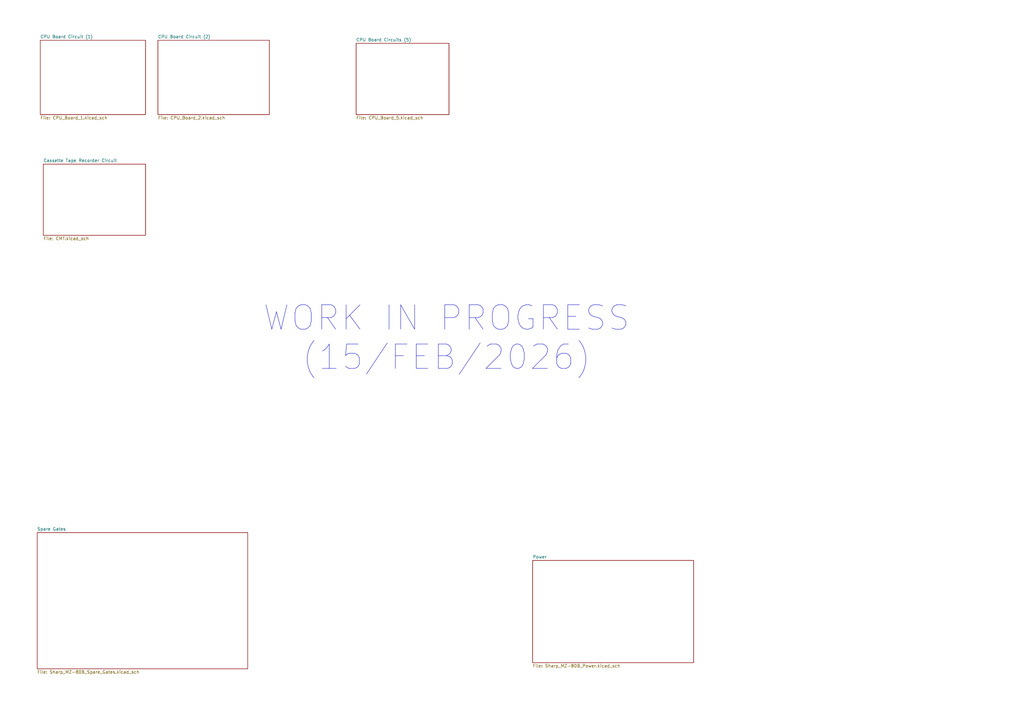
<source format=kicad_sch>
(kicad_sch
	(version 20250114)
	(generator "eeschema")
	(generator_version "9.0")
	(uuid "8ca4f8f2-2925-48ce-9d44-2cd7cb5f6493")
	(paper "A3")
	(title_block
		(title "Sharp MZ-80B Schematics")
		(date "14/FEB/2026")
		(rev "A")
		(company "Brett Hallen")
		(comment 4 "Redrawn from Service Manual")
	)
	(lib_symbols)
	(text "WORK IN PROGRESS\n(15/FEB/2026)"
		(exclude_from_sim no)
		(at 183.134 138.684 0)
		(effects
			(font
				(size 10 10)
			)
		)
		(uuid "b9aa2baf-26b0-4edf-80ac-80b5fcb83222")
	)
	(sheet
		(at 146.05 17.78)
		(size 38.1 29.21)
		(exclude_from_sim no)
		(in_bom yes)
		(on_board yes)
		(dnp no)
		(fields_autoplaced yes)
		(stroke
			(width 0.1524)
			(type solid)
		)
		(fill
			(color 0 0 0 0.0000)
		)
		(uuid "337c8e49-ea3e-4a9c-84d6-3750e7b9aa23")
		(property "Sheetname" "CPU Board Circuits (5)"
			(at 146.05 17.0684 0)
			(effects
				(font
					(size 1.27 1.27)
				)
				(justify left bottom)
			)
		)
		(property "Sheetfile" "CPU_Board_5.kicad_sch"
			(at 146.05 47.5746 0)
			(effects
				(font
					(size 1.27 1.27)
				)
				(justify left top)
			)
		)
		(instances
			(project "Sharp_MZ-80B_Schematics"
				(path "/8ca4f8f2-2925-48ce-9d44-2cd7cb5f6493"
					(page "6")
				)
			)
		)
	)
	(sheet
		(at 17.78 67.31)
		(size 41.91 29.21)
		(exclude_from_sim no)
		(in_bom yes)
		(on_board yes)
		(dnp no)
		(fields_autoplaced yes)
		(stroke
			(width 0.1524)
			(type solid)
		)
		(fill
			(color 0 0 0 0.0000)
		)
		(uuid "363797a5-51e1-47ec-b026-41beda79c6ec")
		(property "Sheetname" "Cassette Tape Recorder Circuit"
			(at 17.78 66.5984 0)
			(effects
				(font
					(size 1.27 1.27)
				)
				(justify left bottom)
			)
		)
		(property "Sheetfile" "CMT.kicad_sch"
			(at 17.78 97.1046 0)
			(effects
				(font
					(size 1.27 1.27)
				)
				(justify left top)
			)
		)
		(instances
			(project "Sharp_MZ-80B_Schematics"
				(path "/8ca4f8f2-2925-48ce-9d44-2cd7cb5f6493"
					(page "7")
				)
			)
		)
	)
	(sheet
		(at 16.51 16.51)
		(size 43.18 30.48)
		(exclude_from_sim no)
		(in_bom yes)
		(on_board yes)
		(dnp no)
		(fields_autoplaced yes)
		(stroke
			(width 0.1524)
			(type solid)
		)
		(fill
			(color 0 0 0 0.0000)
		)
		(uuid "5a780255-5ac8-4ffc-99be-ac6ce64d8384")
		(property "Sheetname" "CPU Board Circuit (1)"
			(at 16.51 15.7984 0)
			(effects
				(font
					(size 1.27 1.27)
				)
				(justify left bottom)
			)
		)
		(property "Sheetfile" "CPU_Board_1.kicad_sch"
			(at 16.51 47.5746 0)
			(effects
				(font
					(size 1.27 1.27)
				)
				(justify left top)
			)
		)
		(instances
			(project "Sharp_MZ-80B_Schematics"
				(path "/8ca4f8f2-2925-48ce-9d44-2cd7cb5f6493"
					(page "2")
				)
			)
		)
	)
	(sheet
		(at 15.24 218.44)
		(size 86.36 55.88)
		(exclude_from_sim no)
		(in_bom yes)
		(on_board yes)
		(dnp no)
		(fields_autoplaced yes)
		(stroke
			(width 0.1524)
			(type solid)
		)
		(fill
			(color 0 0 0 0.0000)
		)
		(uuid "78535e79-36e8-41d2-b4c2-030594396f91")
		(property "Sheetname" "Spare Gates"
			(at 15.24 217.7284 0)
			(effects
				(font
					(size 1.27 1.27)
				)
				(justify left bottom)
			)
		)
		(property "Sheetfile" "Sharp_MZ-80B_Spare_Gates.kicad_sch"
			(at 15.24 274.9046 0)
			(effects
				(font
					(size 1.27 1.27)
				)
				(justify left top)
			)
		)
		(instances
			(project "Sharp_MZ-80B_Schematics"
				(path "/8ca4f8f2-2925-48ce-9d44-2cd7cb5f6493"
					(page "10")
				)
			)
		)
	)
	(sheet
		(at 218.44 229.87)
		(size 66.04 41.91)
		(exclude_from_sim no)
		(in_bom yes)
		(on_board yes)
		(dnp no)
		(fields_autoplaced yes)
		(stroke
			(width 0.1524)
			(type solid)
		)
		(fill
			(color 0 0 0 0.0000)
		)
		(uuid "9ba4eebe-9b40-4b09-bdd1-4d01395a4371")
		(property "Sheetname" "Power"
			(at 218.44 229.1584 0)
			(effects
				(font
					(size 1.27 1.27)
				)
				(justify left bottom)
			)
		)
		(property "Sheetfile" "Sharp_MZ-80B_Power.kicad_sch"
			(at 218.44 272.3646 0)
			(effects
				(font
					(size 1.27 1.27)
				)
				(justify left top)
			)
		)
		(instances
			(project "Sharp_MZ-80B_Schematics"
				(path "/8ca4f8f2-2925-48ce-9d44-2cd7cb5f6493"
					(page "9")
				)
			)
		)
	)
	(sheet
		(at 64.77 16.51)
		(size 45.72 30.48)
		(exclude_from_sim no)
		(in_bom yes)
		(on_board yes)
		(dnp no)
		(fields_autoplaced yes)
		(stroke
			(width 0.1524)
			(type solid)
		)
		(fill
			(color 0 0 0 0.0000)
		)
		(uuid "b0798a4c-f0b3-496b-9ba4-af097d658299")
		(property "Sheetname" "CPU Board Circuit (2)"
			(at 64.77 15.7984 0)
			(effects
				(font
					(size 1.27 1.27)
				)
				(justify left bottom)
			)
		)
		(property "Sheetfile" "CPU_Board_2.kicad_sch"
			(at 64.77 47.5746 0)
			(effects
				(font
					(size 1.27 1.27)
				)
				(justify left top)
			)
		)
		(instances
			(project "Sharp_MZ-80B_Schematics"
				(path "/8ca4f8f2-2925-48ce-9d44-2cd7cb5f6493"
					(page "3")
				)
			)
		)
	)
	(sheet_instances
		(path "/"
			(page "1")
		)
	)
	(embedded_fonts no)
)

</source>
